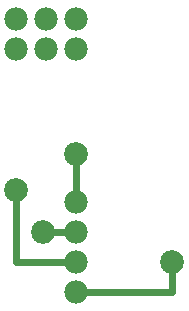
<source format=gbl>
G04 MADE WITH FRITZING*
G04 WWW.FRITZING.ORG*
G04 DOUBLE SIDED*
G04 HOLES PLATED*
G04 CONTOUR ON CENTER OF CONTOUR VECTOR*
%ASAXBY*%
%FSLAX23Y23*%
%MOIN*%
%OFA0B0*%
%SFA1.0B1.0*%
%ADD10C,0.078000*%
%ADD11C,0.079370*%
%ADD12C,0.024000*%
%LNCOPPER0*%
G90*
G70*
G54D10*
X102Y878D03*
X202Y878D03*
X302Y878D03*
X102Y878D03*
X202Y878D03*
X302Y878D03*
X302Y978D03*
X202Y978D03*
X102Y978D03*
X302Y68D03*
X302Y168D03*
X302Y268D03*
X302Y368D03*
G54D11*
X302Y528D03*
X192Y268D03*
X102Y408D03*
X622Y168D03*
G54D12*
X302Y399D02*
X302Y498D01*
D02*
X622Y68D02*
X333Y68D01*
D02*
X622Y138D02*
X622Y68D01*
D02*
X102Y169D02*
X102Y378D01*
D02*
X272Y168D02*
X102Y169D01*
D02*
X272Y268D02*
X223Y268D01*
G04 End of Copper0*
M02*
</source>
